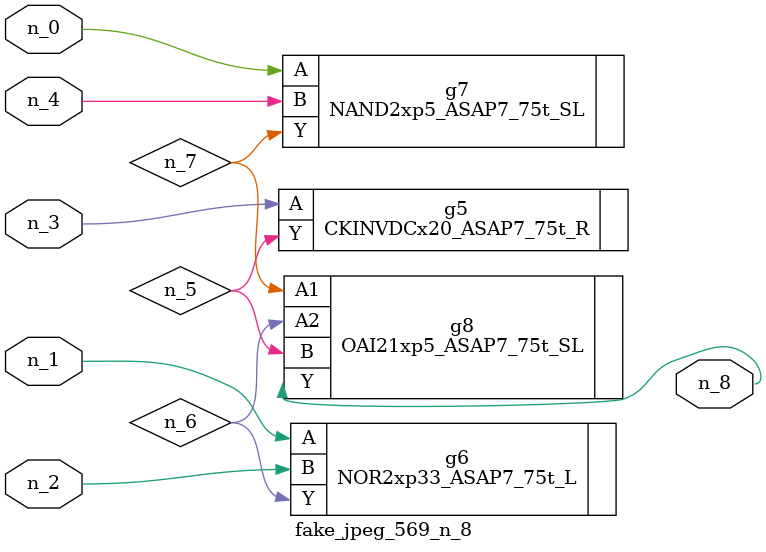
<source format=v>
module fake_jpeg_569_n_8 (n_3, n_2, n_1, n_0, n_4, n_8);

input n_3;
input n_2;
input n_1;
input n_0;
input n_4;

output n_8;

wire n_6;
wire n_5;
wire n_7;

CKINVDCx20_ASAP7_75t_R g5 ( 
.A(n_3),
.Y(n_5)
);

NOR2xp33_ASAP7_75t_L g6 ( 
.A(n_1),
.B(n_2),
.Y(n_6)
);

NAND2xp5_ASAP7_75t_SL g7 ( 
.A(n_0),
.B(n_4),
.Y(n_7)
);

OAI21xp5_ASAP7_75t_SL g8 ( 
.A1(n_7),
.A2(n_6),
.B(n_5),
.Y(n_8)
);


endmodule
</source>
